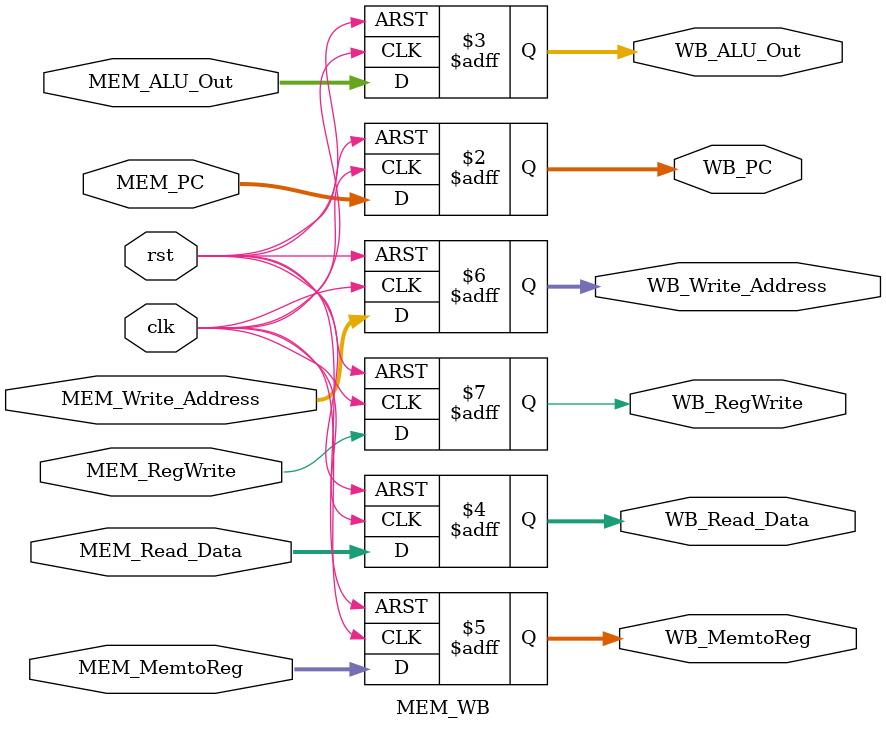
<source format=v>
module MEM_WB(
    input clk,
    input rst,
    input [31:0] MEM_PC,//
    input [31:0] MEM_ALU_Out,//
    input [31:0] MEM_Read_Data,//
    input [1:0] MEM_MemtoReg,//
    input [4:0] MEM_Write_Address,//
    input MEM_RegWrite,//
    output reg [31:0] WB_PC,//
    output reg [31:0] WB_ALU_Out,//
    output reg [31:0] WB_Read_Data,//
    output reg [1:0] WB_MemtoReg,//
    output reg [4:0] WB_Write_Address,//
    output reg WB_RegWrite//
);
always @(posedge clk or posedge rst) begin
    if (rst) begin
        WB_PC <= 0;//
        WB_ALU_Out <= 0;//
        WB_Read_Data <= 0;//
        WB_MemtoReg <= 0;//
        WB_Write_Address <= 0;//
        WB_RegWrite <= 0;//
    end
    else begin
        WB_PC <= MEM_PC;//
        WB_ALU_Out <= MEM_ALU_Out;//
        WB_Read_Data <= MEM_Read_Data;//
        WB_MemtoReg <= MEM_MemtoReg;//
        WB_Write_Address <= MEM_Write_Address;//
        WB_RegWrite <= MEM_RegWrite;//
    end
end
endmodule

</source>
